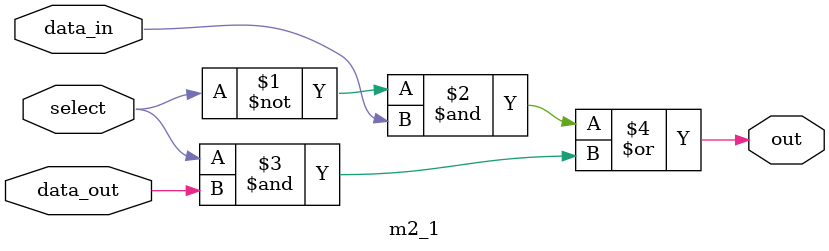
<source format=v>
`timescale 1ns / 1ps


module m2_1(
    input data_in,
    input data_out,
    input select,
    output out
    );
    
    // created a mux to select either data_in or data_out depending on the select
    // select represents reset being high so data_in gets shoved as the input to the flip-flop's
    assign out = (~select & data_in) | (select & data_out);
    
endmodule

</source>
